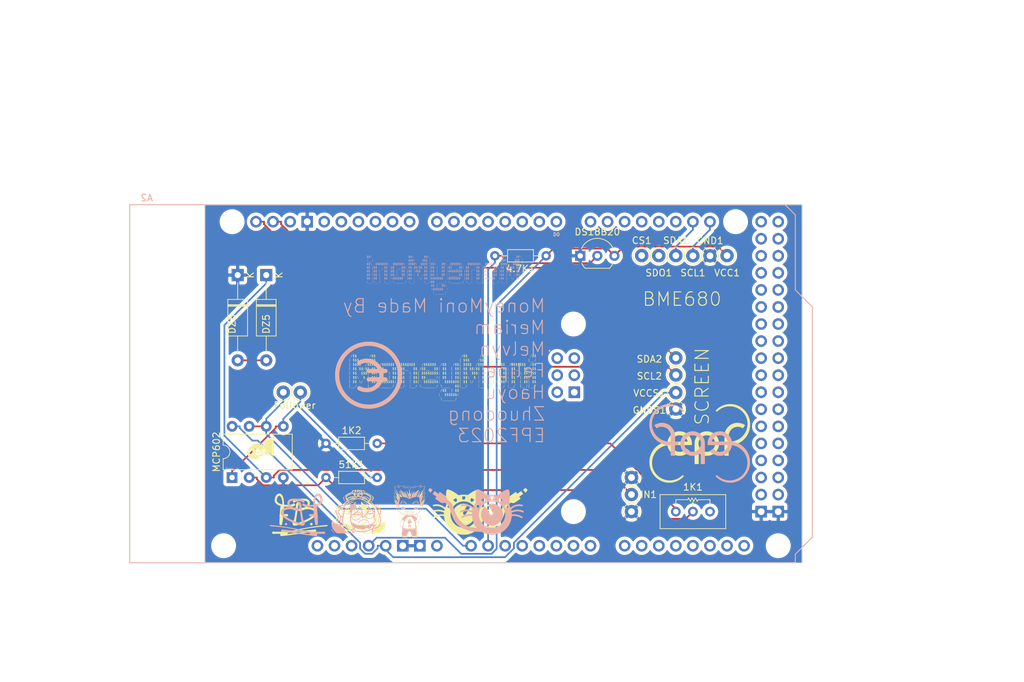
<source format=kicad_pcb>
(kicad_pcb (version 20221018) (generator pcbnew)
  (layers (0 "F.Cu" signal) (31 "B.Cu" signal) (34 "B.Paste" user) (35 "F.Paste" user) (36 "B.SilkS" user "B.Silkscreen") (37 "F.SilkS" user "F.Silkscreen") (38 "B.Mask" user) (39 "F.Mask" user) (44 "Edge.Cuts" user))
  (net 0 "")
  (net 68 "GND")
  (net 77 "Net-(A2-D20{slash}SDA)")
  (net 78 "Net-(DZ5-K)")
  (net 80 "Net-(A2-D21{slash}SCL)")
  (net 82 "VCC")
  (net 83 "Net-(DZ5-A)")
  (net 85 "Net-(1K1-Center)")
  (net 86 "Net-(1K1-Right)")
  (net 87 "Net-(DS18B20-DQ)")
  (net 88 "Net-(A2-PadSDA)")
  (net 89 "Net-(A2-PadSCL)")
  (net 93 "VCCQ")
  (net 94 "Net-(MCP602B-+)")
  (net 95 "Net-(MCP602B--)")
  (footprint "Connector_Pin:Pin_D1.0mm_L10.0mm" (layer "F.Cu") (at 170.18 99.06)
    (fp_text reference "IN1" (at 2.54 0) (layer "F.SilkS"))
    (fp_text value "MountingHole_Pad" hide)
    (pad "1" thru_hole circle (at 0 0) (size 2 2) (drill 1) (layers "*.Cu" "*.Mask") (net 78 "Net-(DZ5-K)"))
  )
  (footprint "Logo.preety:Moneymoney30" (layer "F.Cu") (at 142.24 81.28)
    (fp_text reference "eopjohkbihvçh,&iàéahihazdnçià?ADZO0IERZGDSQHJ32GN0JCH3 0KCINR39XNGZHENCHZUNVYHIUNHC2NIUN3" hide)
    (fp_text value "LOGO" hide)
  )
  (footprint "Resistor_THT:R_Axial_DIN0204_L3.6mm_D1.6mm_P7.62mm_Horizontal" (layer "F.Cu") (at 124.714 91.44)
    (fp_text reference "1K2" (at 3.81 -1.92) (layer "F.SilkS"))
    (fp_text value "R")
    (pad "1" thru_hole circle (at 0 0) (size 1.4 1.4) (drill 0.7) (layers "*.Cu" "*.Mask") (net 68 "GND"))
    (pad "2" thru_hole oval (at 7.62 0) (size 1.4 1.4) (drill 0.7) (layers "*.Cu" "*.Mask") (net 86 "Net-(1K1-Right)"))
  )
  (footprint "Logo.preety:Haoyu8MM" (layer "F.Cu") (at 129.54 101.6)
    (fp_text reference "ggfrtdrdpopop" hide)
    (fp_text value "LOGO" hide)
  )
  (footprint "Connector_Pin:Pin_D1.0mm_L10.0mm" (layer "F.Cu") (at 174.244 63.47 180)
    (fp_text reference "SDO1" (at 0 -2.57) (layer "F.SilkS"))
    (fp_text value "MountingHole_Pad" hide)
    (pad "1" thru_hole circle (at 0 0 180) (size 2 2) (drill 1) (layers "*.Cu" "*.Mask"))
  )
  (footprint "Connector_Pin:Pin_D1.0mm_L10.0mm" (layer "F.Cu") (at 176.784 83.882 180)
    (fp_text reference "VCCS1" (at 3.94 -0.08) (layer "F.SilkS"))
    (fp_text value "MountingHole_Pad" hide)
    (pad "1" thru_hole circle (at 0 0 180) (size 2 2) (drill 1) (layers "*.Cu" "*.Mask") (net 93 "VCCQ"))
  )
  (footprint "Resistor_THT:R_Axial_DIN0204_L3.6mm_D1.6mm_P7.62mm_Horizontal" (layer "F.Cu") (at 124.714 96.52)
    (fp_text reference "51K1" (at 3.81 -1.92) (layer "F.SilkS"))
    (fp_text value "R")
    (pad "1" thru_hole circle (at 0 0) (size 1.4 1.4) (drill 0.7) (layers "*.Cu" "*.Mask") (net 85 "Net-(1K1-Center)"))
    (pad "2" thru_hole oval (at 7.62 0) (size 1.4 1.4) (drill 0.7) (layers "*.Cu" "*.Mask") (net 94 "Net-(MCP602B-+)"))
  )
  (footprint "Connector_Pin:Pin_D1.0mm_L10.0mm" (layer "F.Cu") (at 171.704 63.47 180)
    (fp_text reference "CS1" (at 0 2.25) (layer "F.SilkS"))
    (fp_text value "MountingHole_Pad" hide)
    (pad "1" thru_hole circle (at 0 0 180) (size 2 2) (drill 1) (layers "*.Cu" "*.Mask"))
  )
  (footprint "Connector_Pin:Pin_D1.0mm_L10.0mm" (layer "F.Cu") (at 181.864 63.5 180)
    (fp_text reference "GND1" (at 0 2.25) (layer "F.SilkS"))
    (fp_text value "MountingHole_Pad" hide)
    (pad "1" thru_hole circle (at 0 0 180) (size 2 2) (drill 1) (layers "*.Cu" "*.Mask") (net 68 "GND"))
  )
  (footprint "Package_TO_SOT_THT:TO-92_Inline_Wide" (layer "F.Cu") (at 162.56 63.5)
    (fp_text reference "DS18B20" (at 2.54 -3.56) (layer "F.SilkS"))
    (fp_text value "DS18B20")
    (pad "1" thru_hole rect (at 0 0) (size 1.5 1.5) (drill 0.8) (layers "*.Cu" "*.Mask") (net 68 "GND"))
    (pad "2" thru_hole circle (at 2.54 0) (size 1.5 1.5) (drill 0.8) (layers "*.Cu" "*.Mask") (net 87 "Net-(DS18B20-DQ)"))
    (pad "3" thru_hole circle (at 5.08 0) (size 1.5 1.5) (drill 0.8) (layers "*.Cu" "*.Mask") (net 82 "VCC"))
  )
  (footprint "Connector_Pin:Pin_D1.0mm_L10.0mm" (layer "F.Cu") (at 170.18 96.52)
    (fp_text reference "GNDIN1" hide)
    (fp_text value "MountingHole_Pad" hide)
    (pad "1" thru_hole circle (at 0 0) (size 2 2) (drill 1) (layers "*.Cu" "*.Mask") (net 68 "GND"))
    (pad "1" thru_hole circle (at 0 0) (size 2 2) (drill 1) (layers "*.Cu" "*.Mask") (net 68 "GND"))
  )
  (footprint "Connector_Pin:Pin_D1.0mm_L10.0mm" (layer "F.Cu") (at 118.364 83.82 90)
    (fp_text reference "Follower1" hide)
    (fp_text value "MountingHole_Pad" hide)
    (pad "1" thru_hole circle (at 0 0 90) (size 2 2) (drill 1) (layers "*.Cu" "*.Mask") (net 95 "Net-(MCP602B--)"))
  )
  (footprint "Diode_THT:D_A-405_P12.70mm_Horizontal" (layer "F.Cu") (at 111.574 66.37 -90)
    (fp_text reference "DZ6" (at 7.29 0.83 90) (layer "F.SilkS"))
    (fp_text value "1N4733" hide)
    (fp_text user "K" (at 0 -1.9 90) (layer "F.SilkS"))
    (pad "1" thru_hole rect (at 0 0 270) (size 1.8 1.8) (drill 0.9) (layers "*.Cu" "*.Mask") (net 68 "GND"))
    (pad "2" thru_hole oval (at 12.7 0 270) (size 1.8 1.8) (drill 0.9) (layers "*.Cu" "*.Mask") (net 83 "Net-(DZ5-A)"))
  )
  (footprint "Connector_Pin:Pin_D1.0mm_L10.0mm" (layer "F.Cu") (at 176.784 78.702 180)
    (fp_text reference "SDA2" (at 3.94 -0.18) (layer "F.SilkS"))
    (fp_text value "MountingHole_Pad" hide)
    (pad "1" thru_hole circle (at 0 0 180) (size 2 2) (drill 1) (layers "*.Cu" "*.Mask") (net 88 "Net-(A2-PadSDA)"))
  )
  (footprint "Logo.preety:ZHK8MM" (layer "F.Cu") (at 137.16 101.6)
    (fp_text reference "G:jgggjfuykjfèdtrdètuvf_yvc" hide)
    (fp_text value "LOGO" hide)
  )
  (footprint "Connector_Pin:Pin_D1.0mm_L10.0mm" (layer "F.Cu") (at 170.18 101.6)
    (fp_text reference "GNDIN2" hide)
    (fp_text value "MountingHole_Pad")
    (pad "1" thru_hole circle (at 0 0) (size 2 2) (drill 1) (layers "*.Cu" "*.Mask") (net 68 "GND"))
  )
  (footprint "Diode_THT:D_A-405_P12.70mm_Horizontal" (layer "F.Cu") (at 115.824 66.37 -90)
    (fp_text reference "DZ5" (at 7.29 0 90) (layer "F.SilkS"))
    (fp_text value "1N4733" hide)
    (fp_text user "K" (at 0 -1.9 90) (layer "F.SilkS"))
    (pad "1" thru_hole rect (at 0 0 270) (size 1.8 1.8) (drill 0.9) (layers "*.Cu" "*.Mask") (net 78 "Net-(DZ5-K)"))
    (pad "2" thru_hole oval (at 12.7 0 270) (size 1.8 1.8) (drill 0.9) (layers "*.Cu" "*.Mask") (net 83 "Net-(DZ5-A)"))
  )
  (footprint "Logo.preety:15mmlogoRW.kicadnonreverse_mod" (layer "F.Cu") (at 147.32 101.6)
    (fp_text reference "uhuhh" hide)
    (fp_text value "LOGO" hide)
  )
  (footprint "Logo.preety:FelipeBarbaste10mm" (layer "F.Cu") (at 121.92 101.6 90)
    (fp_text reference "I IUG UYGHIUNIJ?CU NC4R3H44IRB" hide)
    (fp_text value "LOGO" hide)
  )
  (footprint "Logo.preety:ElfamosoMelvyn5mm" (layer "F.Cu") (at 114.544 92.72 90)
    (fp_text reference "G***LK" hide)
    (fp_text value "LOGO" hide)
  )
  (footprint "Connector_Pin:Pin_D1.0mm_L10.0mm" (layer "F.Cu") (at 120.904 83.82 90)
    (fp_text reference "Follower2" hide)
    (fp_text value "MountingHole_Pad" hide)
    (pad "1" thru_hole circle (at 0 0 90) (size 2 2) (drill 1) (layers "*.Cu" "*.Mask") (net 94 "Net-(MCP602B-+)"))
  )
  (footprint "Resistor_THT:R_Axial_DIN0204_L3.6mm_D1.6mm_P7.62mm_Horizontal" (layer "F.Cu") (at 157.48 63.5 180)
    (fp_text reference "4.7K1" (at 3.81 -1.92) (layer "F.SilkS"))
    (fp_text value "R")
    (pad "1" thru_hole circle (at 0 0 180) (size 1.4 1.4) (drill 0.7) (layers "*.Cu" "*.Mask") (net 82 "VCC"))
    (pad "2" thru_hole oval (at 7.62 0 180) (size 1.4 1.4) (drill 0.7) (layers "*.Cu" "*.Mask") (net 87 "Net-(DS18B20-DQ)"))
  )
  (footprint "Logo.preety:EPFLOGO15MM" (layer "F.Cu") (at 180.34 91.44)
    (fp_text reference "KJHHIB9UYG 8TBYFI TG8Y " hide)
    (fp_text value "LOGO" hide)
  )
  (footprint "Package_DIP:DIP-8_W7.62mm" (layer "F.Cu") (at 110.744 96.52 90)
    (fp_text reference "MCP602" (at 3.81 -2.33 90) (layer "F.SilkS"))
    (fp_text value "TL082" hide)
    (pad "1" thru_hole rect (at 0 0 90) (size 1.6 1.6) (drill 0.8) (layers "*.Cu" "*.Mask") (net 94 "Net-(MCP602B-+)"))
    (pad "2" thru_hole oval (at 0 2.54 90) (size 1.6 1.6) (drill 0.8) (layers "*.Cu" "*.Mask") (net 85 "Net-(1K1-Center)"))
    (pad "3" thru_hole oval (at 0 5.08 90) (size 1.6 1.6) (drill 0.8) (layers "*.Cu" "*.Mask") (net 78 "Net-(DZ5-K)"))
    (pad "4" thru_hole oval (at 0 7.62 90) (size 1.6 1.6) (drill 0.8) (layers "*.Cu" "*.Mask") (net 68 "GND"))
    (pad "5" thru_hole oval (at 7.62 7.62 90) (size 1.6 1.6) (drill 0.8) (layers "*.Cu" "*.Mask") (net 94 "Net-(MCP602B-+)"))
    (pad "6" thru_hole oval (at 7.62 5.08 90) (size 1.6 1.6) (drill 0.8) (layers "*.Cu" "*.Mask") (net 95 "Net-(MCP602B--)"))
    (pad "7" thru_hole oval (at 7.62 2.54 90) (size 1.6 1.6) (drill 0.8) (layers "*.Cu" "*.Mask") (net 95 "Net-(MCP602B--)"))
    (pad "8" thru_hole oval (at 7.62 0 90) (size 1.6 1.6) (drill 0.8) (layers "*.Cu" "*.Mask") (net 93 "VCCQ"))
  )
  (footprint "Connector_Pin:Pin_D1.0mm_L10.0mm" (layer "F.Cu") (at 176.784 86.322 180)
    (fp_text reference "GNDS1" (at 3.94 -0.18) (layer "F.SilkS"))
    (fp_text value "MountingHole_Pad" hide)
    (pad "1" thru_hole circle (at 0 0 180) (size 2 2) (drill 1) (layers "*.Cu" "*.Mask") (net 68 "GND"))
  )
  (footprint "Connector_Pin:Pin_D1.0mm_L10.0mm" (layer "F.Cu") (at 176.784 81.242 180)
    (fp_text reference "SCL2" (at 3.94 -0.18) (layer "F.SilkS"))
    (fp_text value "MountingHole_Pad" hide)
    (pad "1" thru_hole circle (at 0 0 180) (size 2 2) (drill 1) (layers "*.Cu" "*.Mask") (net 89 "Net-(A2-PadSCL)"))
  )
  (footprint "PCM_arduino-library:Arduino_Mega2560_R3_Shield" (layer "F.Cu") (at 95.504 109.22)
    (fp_text reference "A2" (at 2.54 -54.356) (layer "B.SilkS") (effects (justify mirror)))
    (fp_text value "Arduino_Mega2560_R3_Shield")
    (fp_text user "." (at 62.484 -32.004) (layer "B.SilkS"))
    (fp_text user "D0" (at 63.5 -48.895 unlocked) (layer "B.SilkS") (effects (font (size 0.5 0.5) (thickness 0.075)) (justify mirror)))
    (fp_text user "." (at 62.484 -32.004) (layer "F.SilkS"))
    (fp_text user "D0" (at 63.5 -48.895 unlocked) (layer "F.SilkS") (effects (font (size 0.5 0.5) (thickness 0.075))))
    (pad "" np_thru_hole circle (at 13.97 -2.54) (size 3.2 3.2) (drill 3.2) (layers "*.Cu" "*.Mask"))
    (pad "" np_thru_hole circle (at 15.24 -50.8) (size 3.2 3.2) (drill 3.2) (layers "*.Cu" "*.Mask"))
    (pad "" thru_hole oval (at 27.94 -2.54) (size 1.7272 1.7272) (drill 1.016) (layers "*.Cu" "*.Mask"))
    (pad "" np_thru_hole circle (at 66.04 -35.56) (size 3.2 3.2) (drill 3.2) (layers "*.Cu" "*.Mask"))
    (pad "" np_thru_hole circle (at 66.04 -7.62) (size 3.2 3.2) (drill 3.2) (layers "*.Cu" "*.Mask"))
    (pad "" np_thru_hole circle (at 90.17 -50.8) (size 3.2 3.2) (drill 3.2) (layers "*.Cu" "*.Mask"))
    (pad "" np_thru_hole circle (at 96.52 -2.54) (size 3.2 3.2) (drill 3.2) (layers "*.Cu" "*.Mask"))
    (pad "3V3" thru_hole oval (at 35.56 -2.54) (size 1.7272 1.7272) (drill 1.016) (layers "*.Cu" "*.Mask") (net 82 "VCC"))
    (pad "5V1" thru_hole oval (at 38.1 -2.54) (size 1.7272 1.7272) (drill 1.016) (layers "*.Cu" "*.Mask") (net 93 "VCCQ"))
    (pad "5V2" thru_hole oval (at 66.167 -30.48) (size 1.7272 1.7272) (drill 1.016) (layers "*.Cu" "*.Mask"))
    (pad "5V3" thru_hole oval (at 93.98 -50.8) (size 1.7272 1.7272) (drill 1.016) (layers "*.Cu" "*.Mask"))
    (pad "5V4" thru_hole oval (at 96.52 -50.8) (size 1.7272 1.7272) (drill 1.016) (layers "*.Cu" "*.Mask"))
    (pad "A0" thru_hole oval (at 50.8 -2.54) (size 1.7272 1.7272) (drill 1.016) (layers "*.Cu" "*.Mask") (net 95 "Net-(MCP602B--)"))
    (pad "A1" thru_hole oval (at 53.34 -2.54) (size 1.7272 1.7272) (drill 1.016) (layers "*.Cu" "*.Mask") (net 87 "Net-(DS18B20-DQ)"))
    (pad "A2" thru_hole oval (at 55.88 -2.54) (size 1.7272 1.7272) (drill 1.016) (layers "*.Cu" "*.Mask"))
    (pad "A3" thru_hole oval (at 58.42 -2.54) (size 1.7272 1.7272) (drill 1.016) (layers "*.Cu" "*.Mask"))
    (pad "A4" thru_hole oval (at 60.96 -2.54) (size 1.7272 1.7272) (drill 1.016) (layers "*.Cu" "*.Mask"))
    (pad "A5" thru_hole oval (at 63.5 -2.54) (size 1.7272 1.7272) (drill 1.016) (layers "*.Cu" "*.Mask"))
    (pad "A6" thru_hole oval (at 66.04 -2.54) (size 1.7272 1.7272) (drill 1.016) (layers "*.Cu" "*.Mask"))
    (pad "A7" thru_hole oval (at 68.58 -2.54) (size 1.7272 1.7272) (drill 1.016) (layers "*.Cu" "*.Mask"))
    (pad "A8" thru_hole oval (at 73.66 -2.54) (size 1.7272 1.7272) (drill 1.016) (layers "*.Cu" "*.Mask"))
    (pad "A9" thru_hole oval (at 76.2 -2.54) (size 1.7272 1.7272) (drill 1.016) (layers "*.Cu" "*.Mask"))
    (pad "A10" thru_hole oval (at 78.74 -2.54) (size 1.7272 1.7272) (drill 1.016) (layers "*.Cu" "*.Mask"))
    (pad "A11" thru_hole oval (at 81.28 -2.54) (size 1.7272 1.7272) (drill 1.016) (layers "*.Cu" "*.Mask"))
    (pad "A12" thru_hole oval (at 83.82 -2.54) (size 1.7272 1.7272) (drill 1.016) (layers "*.Cu" "*.Mask"))
    (pad "A13" thru_hole oval (at 86.36 -2.54) (size 1.7272 1.7272) (drill 1.016) (layers "*.Cu" "*.Mask"))
    (pad "A14" thru_hole oval (at 88.9 -2.54) (size 1.7272 1.7272) (drill 1.016) (layers "*.Cu" "*.Mask"))
    (pad "A15" thru_hole oval (at 91.44 -2.54) (size 1.7272 1.7272) (drill 1.016) (layers "*.Cu" "*.Mask"))
    (pad "AREF" thru_hole oval (at 23.876 -50.8) (size 1.7272 1.7272) (drill 1.016) (layers "*.Cu" "*.Mask"))
    (pad "D0" thru_hole oval (at 63.5 -50.8) (size 1.7272 1.7272) (drill 1.016) (layers "*.Cu" "*.Mask"))
    (pad "D1" thru_hole oval (at 60.96 -50.8) (size 1.7272 1.7272) (drill 1.016) (layers "*.Cu" "*.Mask"))
    (pad "D2" thru_hole oval (at 58.42 -50.8) (size 1.7272 1.7272) (drill 1.016) (layers "*.Cu" "*.Mask"))
    (pad "D3" thru_hole oval (at 55.88 -50.8) (size 1.7272 1.7272) (drill 1.016) (layers "*.Cu" "*.Mask"))
    (pad "D4" thru_hole oval (at 53.34 -50.8) (size 1.7272 1.7272) (drill 1.016) (layers "*.Cu" "*.Mask"))
    (pad "D5" thru_hole oval (at 50.8 -50.8) (size 1.7272 1.7272) (drill 1.016) (layers "*.Cu" "*.Mask"))
    (pad "D6" thru_hole oval (at 48.26 -50.8) (size 1.7272 1.7272) (drill 1.016) (layers "*.Cu" "*.Mask"))
    (pad "D7" thru_hole oval (at 45.72 -50.8) (size 1.7272 1.7272) (drill 1.016) (layers "*.Cu" "*.Mask"))
    (pad "D8" thru_hole oval (at 41.656 -50.8) (size 1.7272 1.7272) (drill 1.016) (layers "*.Cu" "*.Mask"))
    (pad "D9" thru_hole oval (at 39.116 -50.8) (size 1.7272 1.7272) (drill 1.016) (layers "*.Cu" "*.Mask"))
    (pad "D10" thru_hole oval (at 36.576 -50.8) (size 1.7272 1.7272) (drill 1.016) (layers "*.Cu" "*.Mask"))
    (pad "D11" thru_hole oval (at 34.036 -50.8) (size 1.7272 1.7272) (drill 1.016) (layers "*.Cu" "*.Mask"))
    (pad "D12" thru_hole oval (at 31.496 -50.8) (size 1.7272 1.7272) (drill 1.016) (layers "*.Cu" "*.Mask"))
    (pad "D13" thru_hole oval (at 28.956 -50.8) (size 1.7272 1.7272) (drill 1.016) (layers "*.Cu" "*.Mask"))
    (pad "D14" thru_hole oval (at 68.58 -50.8) (size 1.7272 1.7272) (drill 1.016) (layers "*.Cu" "*.Mask"))
    (pad "D15" thru_hole oval (at 71.12 -50.8) (size 1.7272 1.7272) (drill 1.016) (layers "*.Cu" "*.Mask"))
    (pad "D16" thru_hole oval (at 73.66 -50.8) (size 1.7272 1.7272) (drill 1.016) (layers "*.Cu" "*.Mask"))
    (pad "D17" thru_hole oval (at 76.2 -50.8) (size 1.7272 1.7272) (drill 1.016) (layers "*.Cu" "*.Mask"))
    (pad "D18" thru_hole oval (at 78.74 -50.8) (size 1.7272 1.7272) (drill 1.016) (layers "*.Cu" "*.Mask"))
    (pad "D19" thru_hole oval (at 81.28 -50.8) (size 1.7272 1.7272) (drill 1.016) (layers "*.Cu" "*.Mask"))
    (pad "D20" thru_hole oval (at 83.82 -50.8) (size 1.7272 1.7272) (drill 1.016) (layers "*.Cu" "*.Mask") (net 77 "Net-(A2-D20{slash}SDA)"))
    (pad "D21" thru_hole oval (at 86.36 -50.8) (size 1.7272 1.7272) (drill 1.016) (layers "*.Cu" "*.Mask") (net 80 "Net-(A2-D21{slash}SCL)"))
    (pad "D22" thru_hole oval (at 93.98 -48.26) (size 1.7272 1.7272) (drill 1.016) (layers "*.Cu" "*.Mask"))
    (pad "D23" thru_hole oval (at 96.52 -48.26) (size 1.7272 1.7272) (drill 1.016) (layers "*.Cu" "*.Mask"))
    (pad "D24" thru_hole oval (at 93.98 -45.72) (size 1.7272 1.7272) (drill 1.016) (layers "*.Cu" "*.Mask"))
    (pad "D25" thru_hole oval (at 96.52 -45.72) (size 1.7272 1.7272) (drill 1.016) (layers "*.Cu" "*.Mask"))
    (pad "D26" thru_hole oval (at 93.98 -43.18) (size 1.7272 1.7272) (drill 1.016) (layers "*.Cu" "*.Mask"))
    (pad "D27" thru_hole oval (at 96.52 -43.18) (size 1.7272 1.7272) (drill 1.016) (layers "*.Cu" "*.Mask"))
    (pad "D28" thru_hole oval (at 93.98 -40.64) (size 1.7272 1.7272) (drill 1.016) (layers "*.Cu" "*.Mask"))
    (pad "D29" thru_hole oval (at 96.52 -40.64) (size 1.7272 1.7272) (drill 1.016) (layers "*.Cu" "*.Mask"))
    (pad "D30" thru_hole oval (at 93.98 -38.1) (size 1.7272 1.7272) (drill 1.016) (layers "*.Cu" "*.Mask"))
    (pad "D31" thru_hole oval (at 96.52 -38.1) (size 1.7272 1.7272) (drill 1.016) (layers "*.Cu" "*.Mask"))
    (pad "D32" thru_hole oval (at 93.98 -35.56) (size 1.7272 1.7272) (drill 1.016) (layers "*.Cu" "*.Mask"))
    (pad "D33" thru_hole oval (at 96.52 -35.56) (size 1.7272 1.7272) (drill 1.016) (layers "*.Cu" "*.Mask"))
    (pad "D34" thru_hole oval (at 93.98 -33.02) (size 1.7272 1.7272) (drill 1.016) (layers "*.Cu" "*.Mask"))
    (pad "D35" thru_hole oval (at 96.52 -33.02) (size 1.7272 1.7272) (drill 1.016) (layers "*.Cu" "*.Mask"))
    (pad "D36" thru_hole oval (at 93.98 -30.48) (size 1.7272 1.7272) (drill 1.016) (layers "*.Cu" "*.Mask"))
    (pad "D37" thru_hole oval (at 96.52 -30.48) (size 1.7272 1.7272) (drill 1.016) (layers "*.Cu" "*.Mask"))
    (pad "D38" thru_hole oval (at 93.98 -27.94) (size 1.7272 1.7272) (drill 1.016) (layers "*.Cu" "*.Mask"))
    (pad "D39" thru_hole oval (at 96.52 -27.94) (size 1.7272 1.7272) (drill 1.016) (layers "*.Cu" "*.Mask"))
    (pad "D40" thru_hole oval (at 93.98 -25.4) (size 1.7272 1.7272) (drill 1.016) (layers "*.Cu" "*.Mask"))
    (pad "D41" thru_hole oval (at 96.52 -25.4) (size 1.7272 1.7272) (drill 1.016) (layers "*.Cu" "*.Mask"))
    (pad "D42" thru_hole oval (at 93.98 -22.86) (size 1.7272 1.7272) (drill 1.016) (layers "*.Cu" "*.Mask"))
    (pad "D43" thru_hole oval (at 96.52 -22.86) (size 1.7272 1.7272) (drill 1.016) (layers "*.Cu" "*.Mask"))
    (pad "D44" thru_hole oval (at 93.98 -20.32) (size 1.7272 1.7272) (drill 1.016) (layers "*.Cu" "*.Mask"))
    (pad "D45" thru_hole oval (at 96.52 -20.32) (size 1.7272 1.7272) (drill 1.016) (layers "*.Cu" "*.Mask"))
    (pad "D46" thru_hole oval (at 93.98 -17.78) (size 1.7272 1.7272) (drill 1.016) (layers "*.Cu" "*.Mask"))
    (pad "D47" thru_hole oval (at 96.52 -17.78) (size 1.7272 1.7272) (drill 1.016) (layers "*.Cu" "*.Mask"))
    (pad "D48" thru_hole oval (at 93.98 -15.24) (size 1.7272 1.7272) (drill 1.016) (layers "*.Cu" "*.Mask"))
    (pad "D49" thru_hole oval (at 96.52 -15.24) (size 1.7272 1.7272) (drill 1.016) (layers "*.Cu" "*.Mask"))
    (pad "D50" thru_hole oval (at 93.98 -12.7) (size 1.7272 1.7272) (drill 1.016) (layers "*.Cu" "*.Mask"))
    (pad "D51" thru_hole oval (at 96.52 -12.7) (size 1.7272 1.7272) (drill 1.016) (layers "*.Cu" "*.Mask"))
    (pad "D52" thru_hole oval (at 93.98 -10.16) (size 1.7272 1.7272) (drill 1.016) (layers "*.Cu" "*.Mask"))
    (pad "D53" thru_hole oval (at 96.52 -10.16) (size 1.7272 1.7272) (drill 1.016) (layers "*.Cu" "*.Mask"))
    (pad "GND1" thru_hole rect (at 26.416 -50.8) (size 1.7272 1.7272) (drill 1.016) (layers "*.Cu" "*.Mask") (net 68 "GND"))
    (pad "GND2" thru_hole rect (at 40.64 -2.54) (size 1.7272 1.7272) (drill 1.016) (layers "*.Cu" "*.Mask") (net 68 "GND"))
    (pad "GND3" thru_hole rect (at 43.18 -2.54) (size 1.7272 1.7272) (drill 1.016) (layers "*.Cu" "*.Mask") (net 68 "GND"))
    (pad "GND4" thru_hole rect (at 66.167 -25.4) (size 1.7272 1.7272) (drill 1.016) (layers "*.Cu" "*.Mask"))
    (pad "GND5" thru_hole rect (at 93.98 -7.62) (size 1.7272 1.7272) (drill 1.016) (layers "*.Cu" "*.Mask") (net 68 "GND"))
    (pad "GND6" thru_hole rect (at 96.52 -7.62) (size 1.7272 1.7272) (drill 1.016) (layers "*.Cu" "*.Mask") (net 68 "GND"))
    (pad "IORF" thru_hole oval (at 30.48 -2.54) (size 1.7272 1.7272) (drill 1.016) (layers "*.Cu" "*.Mask"))
    (pad "MISO" thru_hole oval (at 63.627 -30.48) (size 1.7272 1.7272) (drill 1.016) (layers "*.Cu" "*.Mask"))
    (pad "MOSI" thru_hole oval (at 66.167 -27.94) (size 1.7272 1.7272) (drill 1.016) (layers "*.Cu" "*.Mask"))
    (pad "RST1" thru_hole oval (at 33.02 -2.54) (size 1.7272 1.7272) (drill 1.016) (layers "*.Cu" "*.Mask"))
    (pad "RST2" thru_hole oval (at 63.627 -25.4) (size 1.7272 1.7272) (drill 1.016) (layers "*.Cu" "*.Mask"))
    (pad "SCK" thru_hole oval (at 63.627 -27.94) (size 1.7272 1.7272) (drill 1.016) (layers "*.Cu" "*.Mask"))
    (pad "SCL" thru_hole oval (at 18.796 -50.8) (size 1.7272 1.7272) (drill 1.016) (layers "*.Cu" "*.Mask") (net 89 "Net-(A2-PadSCL)"))
    (pad "SDA" thru_hole oval (at 21.336 -50.8) (size 1.7272 1.7272) (drill 1.016) (layers "*.Cu" "*.Mask") (net 88 "Net-(A2-PadSDA)"))
    (pad "VIN" thru_hole oval (at 45.72 -2.54) (size 1.7272 1.7272) (drill 1.016) (layers "*.Cu" "*.Mask"))
  )
  (footprint "Connector_Pin:Pin_D1.0mm_L10.0mm" (layer "F.Cu") (at 184.404 63.47 180)
    (fp_text reference "VCC1" (at 0 -2.57) (layer "F.SilkS"))
    (fp_text value "MountingHole_Pad" hide)
    (pad "1" thru_hole circle (at 0 0 180) (size 2 2) (drill 1) (layers "*.Cu" "*.Mask") (net 82 "VCC"))
  )
  (footprint "Connector_Pin:Pin_D1.0mm_L10.0mm" (layer "F.Cu") (at 176.784 63.47 180)
    (fp_text reference "SDA1" (at 0 2.25) (layer "F.SilkS"))
    (fp_text value "MountingHole_Pad" hide)
    (pad "1" thru_hole circle (at 0 0 180) (size 2 2) (drill 1) (layers "*.Cu" "*.Mask") (net 77 "Net-(A2-D20{slash}SDA)"))
  )
  (footprint "Connector_Pin:Pin_D1.0mm_L10.0mm" (layer "F.Cu") (at 179.324 63.5 180)
    (fp_text reference "SCL1" (at 0 -2.54) (layer "F.SilkS"))
    (fp_text value "MountingHole_Pad" hide)
    (pad "1" thru_hole circle (at 0 0 180) (size 2 2) (drill 1) (layers "*.Cu" "*.Mask") (net 80 "Net-(A2-D21{slash}SCL)"))
  )
  (footprint "PCM_Potentiometer_THT_US_AKL:Potentiometer_Bourns_3296W_Vertical" (layer "F.Cu") (at 181.864 101.6)
    (fp_text reference "1K1" (at -2.54 -3.66) (layer "F.SilkS"))
    (fp_text value "TrimPot_T73YEt_1k" hide)
    (pad "1" thru_hole circle (at 0 0) (size 1.44 1.44) (drill 0.8) (layers "*.Cu" "*.Mask"))
    (pad "2" thru_hole circle (at -2.54 0) (size 1.44 1.44) (drill 0.8) (layers "*.Cu" "*.Mask") (net 85 "Net-(1K1-Center)"))
    (pad "3" thru_hole circle (at -5.08 0) (size 1.44 1.44) (drill 0.8) (layers "*.Cu" "*.Mask") (net 86 "Net-(1K1-Right)"))
  )
  (footprint "Logo.preety:ZHK8MM" (layer "B.Cu") (at 137.16 101.6 180)
    (fp_text reference "G:jgggjfuy" hide)
    (fp_text value "LOGO" hide)
  )
  (footprint "Logo.preety:eurologo" (layer "B.Cu") (at 131.064 81.28 180)
    (fp_text reference "hhfttyhgfdssaazzqwxcvbn,kpo" hide)
    (fp_text value "LOGO" hide)
  )
  (footprint "Logo.preety:FelipeBarbaste10mm" (layer "B.Cu") (at 119.38 101.6 90)
    (fp_text reference "pjbiçh u_tftf" hide)
    (fp_text value "LOGO" hide)
  )
  (footprint "Logo.preety:Moneymoney25" (layer "B.Cu") (at 142.24 66.04 180)
    (fp_text reference "Ghhhgfcccdcdfcfgvfvfvdfcxdrdsqaqhjgugctyv" hide)
    (fp_text value "LOGO" hide)
  )
  (footprint "Logo.preety:15mmlogoRW.kicadnonreverse_mod" (layer "B.Cu") (at 147.32 101.6 180)
    (fp_text reference "khojhvgvgvjhbhjvuuuzuaanhhsrrsnnf1456789876432112345678765432123467U8765432123456765432134567UI" hide)
    (fp_text value "LOGO" hide)
  )
  (footprint "Logo.preety:Haoyu8MM" (layer "B.Cu") (at 129.54 101.6 180)
    (fp_text reference "Gjchfmljkgjhv" hide)
    (fp_text value "LOGO" hide)
  )
  (footprint "Logo.preety:EPFLOGO15MM" (layer "B.Cu") (at 180.34 91.44 180)
    (fp_text reference "azertyuxcvbngfdsqzert" hide)
    (fp_text value "LOGO" hide)
  )
  (gr_rect (start 106.68 55.88) (end 195.58 109.22) (stroke (width 0.1)) (fill none) (layer "Edge.Cuts"))
  (gr_text "MoneyMoni Made By\nMeriam\nMelvyn\nFelipe\nHaoyu\nZhuodong\nEPF2023" (at 157.48 91.44) (layer "B.SilkS") (effects (font (size 2 2)) (justify left bottom mirror)))
  (gr_text "SCREEN\n" (at 181.864 88.861998 90) (layer "F.SilkS") (effects (font (size 2 2)) (justify left bottom)))
  (gr_text "Follower" (at 116.84 86.36) (layer "F.SilkS") (effects (font (size 1 1)) (justify left bottom)))
  (gr_text "BME680\n" (at 171.704 71.12) (layer "F.SilkS") (effects (font (size 2 2)) (justify left bottom)))
  (segment (start 179.324 59.6105) (end 176.784 62.1505) (width 0.25) (layer "B.Cu") (net 77))
  (segment (start 176.784 62.1505) (end 176.784 63.47) (width 0.25) (layer "B.Cu") (net 77))
  (segment (start 179.324 58.42) (end 179.324 59.6105) (width 0.25) (layer "B.Cu") (net 77))
  (segment (start 166.5127 95.3927) (end 170.18 99.06) (width 0.25) (layer "F.Cu") (net 78))
  (segment (start 116.9509 96.2383) (end 117.7965 95.3927) (width 0.25) (layer "F.Cu") (net 78))
  (segment (start 117.7965 95.3927) (end 166.5127 95.3927) (width 0.25) (layer "F.Cu") (net 78))
  (segment (start 116.9509 96.52) (end 116.9509 96.2383) (width 0.25) (layer "F.Cu") (net 78))
  (segment (start 115.824 96.52) (end 116.9509 96.52) (width 0.25) (layer "F.Cu") (net 78))
  (segment (start 109.5982 90.2942) (end 109.5982 73.8227) (width 0.25) (layer "B.Cu") (net 78))
  (segment (start 109.5982 73.8227) (end 115.824 67.5969) (width 0.25) (layer "B.Cu") (net 78))
  (segment (start 115.824 66.37) (end 115.824 67.5969) (width 0.25) (layer "B.Cu") (net 78))
  (segment (start 115.824 96.52) (end 109.5982 90.2942) (width 0.25) (layer "B.Cu") (net 78))
  (segment (start 181.864 58.42) (end 181.864 59.6105) (width 0.25) (layer "B.Cu") (net 80))
  (segment (start 181.864 59.6105) (end 179.324 62.1505) (width 0.25) (layer "B.Cu") (net 80))
  (segment (start 179.324 62.1505) (end 179.324 63.5) (width 0.25) (layer "B.Cu") (net 80))
  (segment (start 157.48 63.5) (end 158.5586 62.4214) (width 0.25) (layer "F.Cu") (net 82))
  (segment (start 166.5614 62.4214) (end 167.64 63.5) (width 0.25) (layer "F.Cu") (net 82))
  (segment (start 167.64 63.5) (end 169.015 62.125) (width 0.25) (layer "F.Cu") (net 82))
  (segment (start 158.5586 62.4214) (end 166.5614 62.4214) (width 0.25) (layer "F.Cu") (net 82))
  (segment (start 169.015 62.125) (end 183.059 62.125) (width 0.25) (layer "F.Cu") (net 82))
  (segment (start 183.059 62.125) (end 184.404 63.47) (width 0.25) (layer "F.Cu") (net 82))
  (segment (start 157.48 63.5) (end 150.114 70.866) (width 0.25) (layer "B.Cu") (net 82))
  (segment (start 149.3766 107.8815) (end 144.827 107.8815) (width 0.25) (layer "B.Cu") (net 82))
  (segment (start 150.114 70.866) (end 150.114 107.1441) (width 0.25) (layer "B.Cu") (net 82))
  (segment (start 142.4308 105.4853) (end 132.2587 105.4853) (width 0.25) (layer "B.Cu") (net 82))
  (segment (start 132.2587 105.4853) (end 131.064 106.68) (width 0.25) (layer "B.Cu") (net 82))
  (segment (start 144.827 107.8815) (end 142.4308 105.4853) (width 0.25) (layer "B.Cu") (net 82))
  (segment (start 150.114 107.1441) (end 149.3766 107.8815) (width 0.25) (layer "B.Cu") (net 82))
  (segment (start 115.824 79.07) (end 111.574 79.07) (width 0.25) (layer "F.Cu") (net 83))
  (segment (start 126.586 98.392) (end 124.714 96.52) (width 0.25) (layer "F.Cu") (net 85))
  (segment (start 171.6437 102.6763) (end 170.18 104.14) (width 0.25) (layer "F.Cu") (net 85))
  (segment (start 113.284 96.52) (end 114.4109 96.52) (width 0.25) (layer "F.Cu") (net 85))
  (segment (start 178.2477 102.6763) (end 171.6437 102.6763) (width 0.25) (layer "F.Cu") (net 85))
  (segment (start 115.3326 97.6752) (end 114.4109 96.7535) (width 0.25) (layer "F.Cu") (net 85))
  (segment (start 114.4109 96.7535) (end 114.4109 96.52) (width 0.25) (layer "F.Cu") (net 85))
  (segment (start 123.5588 97.6752) (end 115.3326 97.6752) (width 0.25) (layer "F.Cu") (net 85))
  (segment (start 170.18 104.14) (end 168.1226 104.14) (width 0.25) (layer "F.Cu") (net 85))
  (segment (start 168.1226 104.14) (end 162.3746 98.392) (width 0.25) (layer "F.Cu") (net 85))
  (segment (start 179.324 101.6) (end 178.2477 102.6763) (width 0.25) (layer "F.Cu") (net 85))
  (segment (start 162.3746 98.392) (end 126.586 98.392) (width 0.25) (layer "F.Cu") (net 85))
  (segment (start 124.714 96.52) (end 123.5588 97.6752) (width 0.25) (layer "F.Cu") (net 85))
  (segment (start 176.784 101.2034) (end 176.784 101.6) (width 0.25) (layer "F.Cu") (net 86))
  (segment (start 167.0206 91.44) (end 176.784 101.2034) (width 0.25) (layer "F.Cu") (net 86))
  (segment (start 132.334 91.44) (end 167.0206 91.44) (width 0.25) (layer "F.Cu") (net 86))
  (segment (start 150.8869 63.5) (end 151.989 64.6021) (width 0.25) (layer "F.Cu") (net 87))
  (segment (start 151.989 64.6021) (end 163.9979 64.6021) (width 0.25) (layer "F.Cu") (net 87))
  (segment (start 149.86 63.5) (end 150.8869 63.5) (width 0.25) (layer "F.Cu") (net 87))
  (segment (start 163.9979 64.6021) (end 165.1 63.5) (width 0.25) (layer "F.Cu") (net 87))
  (segment (start 148.844 106.68) (end 148.844 65.5429) (width 0.25) (layer "B.Cu") (net 87))
  (segment (start 148.844 65.5429) (end 149.86 64.5269) (width 0.25) (layer "B.Cu") (net 87))
  (segment (start 149.86 63.5) (end 149.86 64.5269) (width 0.25) (layer "B.Cu") (net 87))
  (segment (start 118.0305 58.42) (end 118.0305 58.792) (width 0.25) (layer "F.Cu") (net 88))
  (segment (start 116.84 58.42) (end 118.0305 58.42) (width 0.25) (layer "F.Cu") (net 88))
  (segment (start 124.5158 65.2773) (end 163.3593 65.2773) (width 0.25) (layer "F.Cu") (net 88))
  (segment (start 118.0305 58.792) (end 124.5158 65.2773) (width 0.25) (layer "F.Cu") (net 88))
  (segment (start 163.3593 65.2773) (end 176.784 78.702) (width 0.25) (layer "F.Cu") (net 88))
  (segment (start 115.4905 58.792) (end 136.7259 80.0274) (width 0.25) (layer "F.Cu") (net 89))
  (segment (start 136.7259 80.0274) (end 175.5694 80.0274) (width 0.25) (layer "F.Cu") (net 89))
  (segment (start 114.3 58.42) (end 115.4905 58.42) (width 0.25) (layer "F.Cu") (net 89))
  (segment (start 115.4905 58.42) (end 115.4905 58.792) (width 0.25) (layer "F.Cu") (net 89))
  (segment (start 175.5694 80.0274) (end 176.784 81.242) (width 0.25) (layer "F.Cu") (net 89))
  (segment (start 129.7889 106.2393) (end 114.5668 91.0172) (width 0.25) (layer "B.Cu") (net 93))
  (segment (start 132.4135 107.052) (end 131.5919 107.8736) (width 0.25) (layer "B.Cu") (net 93))
  (segment (start 131.5919 107.8736) (end 130.5429 107.8736) (width 0.25) (layer "B.Cu") (net 93))
  (segment (start 151.3683 108.384) (end 152.6806 107.0717) (width 0.25) (layer "B.Cu") (net 93))
  (segment (start 132.4135 106.68) (end 132.4135 107.052) (width 0.25) (layer "B.Cu") (net 93))
  (segment (start 114.5668 91.0172) (end 113.7546 91.0172) (width 0.25) (layer "B.Cu") (net 93))
  (segment (start 111.8709 89.1335) (end 111.8709 88.9) (width 0.25) (layer "B.Cu") (net 93))
  (segment (start 113.7546 91.0172) (end 111.8709 89.1335) (width 0.25) (layer "B.Cu") (net 93))
  (segment (start 152.6806 106.239) (end 175.0376 83.882) (width 0.25) (layer "B.Cu") (net 93))
  (segment (start 129.7889 107.1196) (end 129.7889 106.2393) (width 0.25) (layer "B.Cu") (net 93))
  (segment (start 152.6806 107.0717) (end 152.6806 106.239) (width 0.25) (layer "B.Cu") (net 93))
  (segment (start 110.744 88.9) (end 111.8709 88.9) (width 0.25) (layer "B.Cu") (net 93))
  (segment (start 130.5429 107.8736) (end 129.7889 107.1196) (width 0.25) (layer "B.Cu") (net 93))
  (segment (start 133.0155 106.68) (end 132.4135 106.68) (width 0.25) (layer "B.Cu") (net 93))
  (segment (start 133.0155 106.68) (end 134.7195 108.384) (width 0.25) (layer "B.Cu") (net 93))
  (segment (start 134.7195 108.384) (end 151.3683 108.384) (width 0.25) (layer "B.Cu") (net 93))
  (segment (start 133.604 106.68) (end 133.0155 106.68) (width 0.25) (layer "B.Cu") (net 93))
  (segment (start 175.0376 83.882) (end 176.784 83.882) (width 0.25) (layer "B.Cu") (net 93))
  (segment (start 110.744 96.52) (end 110.744 95.3931) (width 0.25) (layer "F.Cu") (net 94))
  (segment (start 110.9775 95.3931) (end 117.2371 89.1335) (width 0.25) (layer "F.Cu") (net 94))
  (segment (start 117.2371 89.1335) (end 117.2371 88.9) (width 0.25) (layer "F.Cu") (net 94))
  (segment (start 118.364 88.9) (end 117.2371 88.9) (width 0.25) (layer "F.Cu") (net 94))
  (segment (start 110.744 95.3931) (end 110.9775 95.3931) (width 0.25) (layer "F.Cu") (net 94))
  (segment (start 132.334 96.52) (end 131.3071 96.52) (width 0.25) (layer "B.Cu") (net 94))
  (segment (start 120.904 85.2331) (end 120.904 83.82) (width 0.25) (layer "B.Cu") (net 94))
  (segment (start 118.364 87.7731) (end 120.4621 85.675) (width 0.25) (layer "B.Cu") (net 94))
  (segment (start 131.3071 96.52) (end 120.4621 85.675) (width 0.25) (layer "B.Cu") (net 94))
  (segment (start 120.4621 85.675) (end 120.904 85.2331) (width 0.25) (layer "B.Cu") (net 94))
  (segment (start 118.364 88.9) (end 118.364 87.7731) (width 0.25) (layer "B.Cu") (net 94))
  (segment (start 113.284 88.9) (end 115.824 88.9) (width 0.25) (layer "F.Cu") (net 95))
  (segment (start 126.959 101.1619) (end 115.824 90.0269) (width 0.25) (layer "B.Cu") (net 95))
  (segment (start 115.824 88.9) (end 115.824 90.0269) (width 0.25) (layer "B.Cu") (net 95))
  (segment (start 115.824 88.9) (end 115.824 87.7731) (width 0.25) (layer "B.Cu") (net 95))
  (segment (start 145.1135 106.68) (end 139.5954 101.1619) (width 0.25) (layer "B.Cu") (net 95))
  (segment (start 115.824 87.7731) (end 118.364 85.2331) (width 0.25) (layer "B.Cu") (net 95))
  (segment (start 146.304 106.68) (end 145.1135 106.68) (width 0.25) (layer "B.Cu") (net 95))
  (segment (start 118.364 85.2331) (end 118.364 83.82) (width 0.25) (layer "B.Cu") (net 95))
  (segment (start 139.5954 101.1619) (end 126.959 101.1619) (width 0.25) (layer "B.Cu") (net 95))
  (zone (net 68) (net_name "GND") (layer "B.Cu") (connect_pads (clearance 0.5)) (min_thickness 0.25) (fill yes (thermal_gap 0.5) (thermal_bridge_width 0.5))
    (polygon (pts (xy 228.6 25.4) (xy 76.2 25.4) (xy 76.2 127) (xy 228.6 127)))
  )
)
</source>
